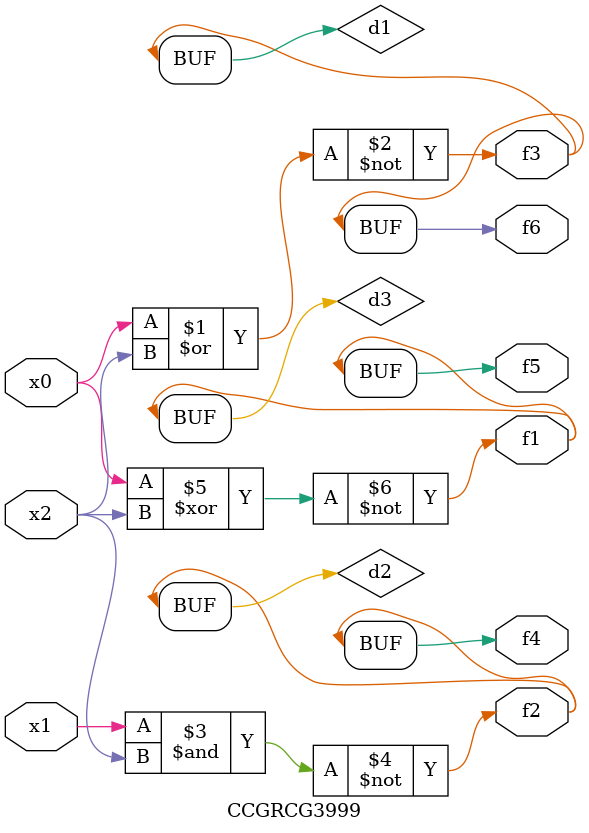
<source format=v>
module CCGRCG3999(
	input x0, x1, x2,
	output f1, f2, f3, f4, f5, f6
);

	wire d1, d2, d3;

	nor (d1, x0, x2);
	nand (d2, x1, x2);
	xnor (d3, x0, x2);
	assign f1 = d3;
	assign f2 = d2;
	assign f3 = d1;
	assign f4 = d2;
	assign f5 = d3;
	assign f6 = d1;
endmodule

</source>
